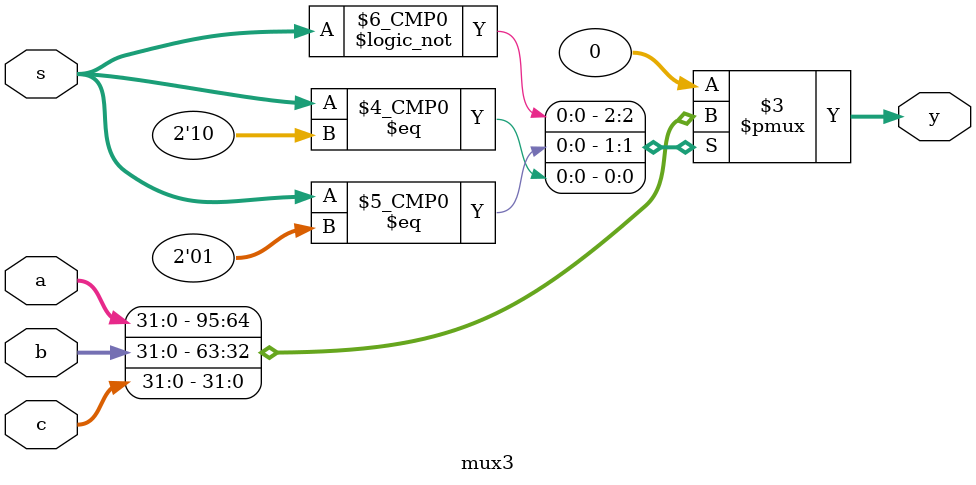
<source format=sv>
module mux3 (
    input  logic [31:0] a,
    input  logic [31:0] b,
    input  logic [31:0] c,
    input  logic [1:0 ] s,
    output logic [31:0] y
);
    always_comb begin
        case (s)
        2'b00: y = a;
        2'b01: y = b;
        2'b10: y = c;
        default: y = 32'b0;
        endcase
    end
endmodule
</source>
